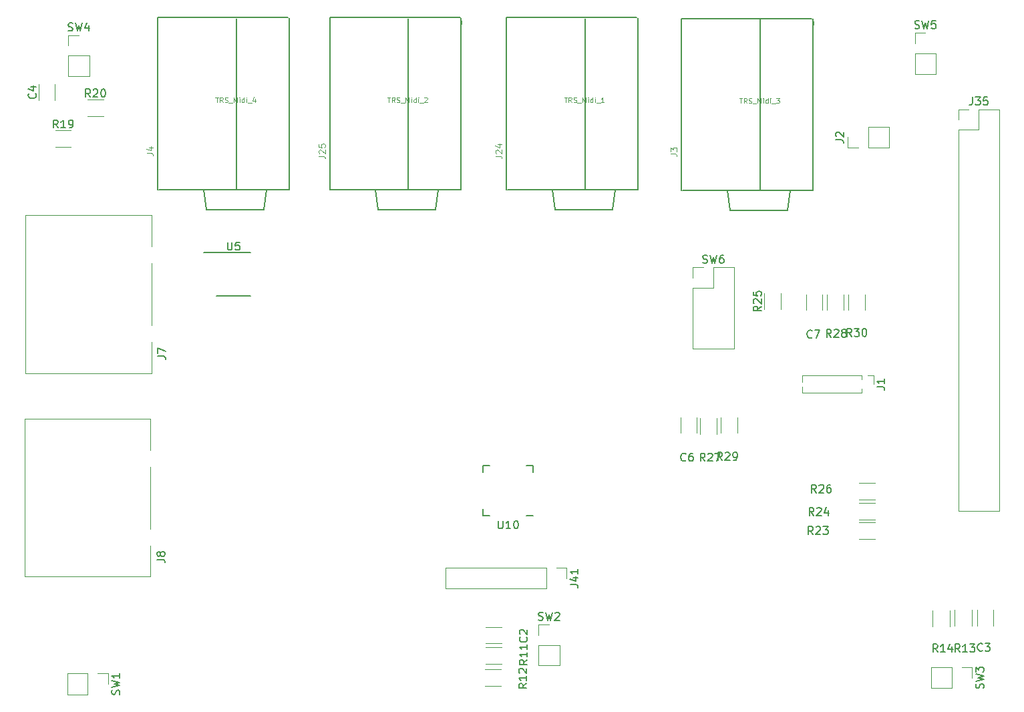
<source format=gto>
G04 #@! TF.GenerationSoftware,KiCad,Pcbnew,(5.1.2)-2*
G04 #@! TF.CreationDate,2020-05-21T23:00:36-04:00*
G04 #@! TF.ProjectId,MidiControllerPCB,4d696469-436f-46e7-9472-6f6c6c657250,rev?*
G04 #@! TF.SameCoordinates,Original*
G04 #@! TF.FileFunction,Legend,Top*
G04 #@! TF.FilePolarity,Positive*
%FSLAX46Y46*%
G04 Gerber Fmt 4.6, Leading zero omitted, Abs format (unit mm)*
G04 Created by KiCad (PCBNEW (5.1.2)-2) date 2020-05-21 23:00:36*
%MOMM*%
%LPD*%
G04 APERTURE LIST*
%ADD10C,0.120000*%
%ADD11C,0.150000*%
%ADD12C,0.203200*%
%ADD13C,0.050000*%
G04 APERTURE END LIST*
D10*
X113090000Y-106400000D02*
X113090000Y-110360000D01*
X113090000Y-106400000D02*
X97160000Y-106400000D01*
X97160000Y-106400000D02*
X97160000Y-126400000D01*
X113090000Y-126400000D02*
X97160000Y-126400000D01*
X113090000Y-112460000D02*
X113090000Y-120330000D01*
X113090000Y-122440000D02*
X113090000Y-126400000D01*
D11*
X155250000Y-118650000D02*
X155250000Y-117860000D01*
X161550000Y-112350000D02*
X161550000Y-113140000D01*
X155250000Y-112350000D02*
X155250000Y-113140000D01*
X161550000Y-118650000D02*
X160760000Y-118650000D01*
X161550000Y-112350000D02*
X160760000Y-112350000D01*
X155250000Y-112350000D02*
X156040000Y-112350000D01*
X155250000Y-118650000D02*
X156040000Y-118650000D01*
X121400000Y-90825000D02*
X125800000Y-90825000D01*
X119825000Y-85300000D02*
X125800000Y-85300000D01*
D10*
X181830000Y-97470000D02*
X187030000Y-97470000D01*
X181830000Y-89790000D02*
X181830000Y-97470000D01*
X187030000Y-87190000D02*
X187030000Y-97470000D01*
X181830000Y-89790000D02*
X184430000Y-89790000D01*
X184430000Y-89790000D02*
X184430000Y-87190000D01*
X184430000Y-87190000D02*
X187030000Y-87190000D01*
X181830000Y-88520000D02*
X181830000Y-87190000D01*
X181830000Y-87190000D02*
X183160000Y-87190000D01*
X209970000Y-62670000D02*
X212630000Y-62670000D01*
X209970000Y-60070000D02*
X209970000Y-62670000D01*
X212630000Y-60070000D02*
X212630000Y-62670000D01*
X209970000Y-60070000D02*
X212630000Y-60070000D01*
X209970000Y-58800000D02*
X209970000Y-57470000D01*
X209970000Y-57470000D02*
X211300000Y-57470000D01*
X102670000Y-62970000D02*
X105330000Y-62970000D01*
X102670000Y-60370000D02*
X102670000Y-62970000D01*
X105330000Y-60370000D02*
X105330000Y-62970000D01*
X102670000Y-60370000D02*
X105330000Y-60370000D01*
X102670000Y-59100000D02*
X102670000Y-57770000D01*
X102670000Y-57770000D02*
X104000000Y-57770000D01*
X212030000Y-137870000D02*
X212030000Y-140530000D01*
X214630000Y-137870000D02*
X212030000Y-137870000D01*
X214630000Y-140530000D02*
X212030000Y-140530000D01*
X214630000Y-137870000D02*
X214630000Y-140530000D01*
X215900000Y-137870000D02*
X217230000Y-137870000D01*
X217230000Y-137870000D02*
X217230000Y-139200000D01*
X162270000Y-137670000D02*
X164930000Y-137670000D01*
X162270000Y-135070000D02*
X162270000Y-137670000D01*
X164930000Y-135070000D02*
X164930000Y-137670000D01*
X162270000Y-135070000D02*
X164930000Y-135070000D01*
X162270000Y-133800000D02*
X162270000Y-132470000D01*
X162270000Y-132470000D02*
X163600000Y-132470000D01*
X102530000Y-138670000D02*
X102530000Y-141330000D01*
X105130000Y-138670000D02*
X102530000Y-138670000D01*
X105130000Y-141330000D02*
X102530000Y-141330000D01*
X105130000Y-138670000D02*
X105130000Y-141330000D01*
X106400000Y-138670000D02*
X107730000Y-138670000D01*
X107730000Y-138670000D02*
X107730000Y-140000000D01*
X201530000Y-92600000D02*
X201530000Y-90600000D01*
X203670000Y-90600000D02*
X203670000Y-92600000D01*
X187470000Y-106200000D02*
X187470000Y-108200000D01*
X185330000Y-108200000D02*
X185330000Y-106200000D01*
X198830000Y-92600000D02*
X198830000Y-90600000D01*
X200970000Y-90600000D02*
X200970000Y-92600000D01*
X182730000Y-108300000D02*
X182730000Y-106300000D01*
X184870000Y-106300000D02*
X184870000Y-108300000D01*
X204900000Y-116670000D02*
X202900000Y-116670000D01*
X202900000Y-114530000D02*
X204900000Y-114530000D01*
X192970000Y-90500000D02*
X192970000Y-92500000D01*
X190830000Y-92500000D02*
X190830000Y-90500000D01*
X204900000Y-119170000D02*
X202900000Y-119170000D01*
X202900000Y-117030000D02*
X204900000Y-117030000D01*
X204900000Y-121670000D02*
X202900000Y-121670000D01*
X202900000Y-119530000D02*
X204900000Y-119530000D01*
X107100000Y-68070000D02*
X105100000Y-68070000D01*
X105100000Y-65930000D02*
X107100000Y-65930000D01*
X103000000Y-71970000D02*
X101000000Y-71970000D01*
X101000000Y-69830000D02*
X103000000Y-69830000D01*
X214370000Y-130700000D02*
X214370000Y-132700000D01*
X212230000Y-132700000D02*
X212230000Y-130700000D01*
X215030000Y-132600000D02*
X215030000Y-130600000D01*
X217170000Y-130600000D02*
X217170000Y-132600000D01*
X155500000Y-138130000D02*
X157500000Y-138130000D01*
X157500000Y-140270000D02*
X155500000Y-140270000D01*
X157600000Y-137470000D02*
X155600000Y-137470000D01*
X155600000Y-135330000D02*
X157600000Y-135330000D01*
X150470000Y-125270000D02*
X150470000Y-127930000D01*
X163230000Y-125270000D02*
X150470000Y-125270000D01*
X163230000Y-127930000D02*
X150470000Y-127930000D01*
X163230000Y-125270000D02*
X163230000Y-127930000D01*
X164500000Y-125270000D02*
X165830000Y-125270000D01*
X165830000Y-125270000D02*
X165830000Y-126600000D01*
X215470000Y-118090000D02*
X220670000Y-118090000D01*
X215470000Y-69770000D02*
X215470000Y-118090000D01*
X220670000Y-67170000D02*
X220670000Y-118090000D01*
X215470000Y-69770000D02*
X218070000Y-69770000D01*
X218070000Y-69770000D02*
X218070000Y-67170000D01*
X218070000Y-67170000D02*
X220670000Y-67170000D01*
X215470000Y-68500000D02*
X215470000Y-67170000D01*
X215470000Y-67170000D02*
X216800000Y-67170000D01*
D12*
X149242500Y-79880000D02*
X149560000Y-77340000D01*
X141940000Y-79880000D02*
X149242500Y-79880000D01*
X141622500Y-77340000D02*
X141940000Y-79880000D01*
X135810000Y-77340000D02*
X135810000Y-56385000D01*
X141622500Y-77340000D02*
X135960000Y-77340000D01*
X149560000Y-77340000D02*
X141622500Y-77340000D01*
X149877500Y-77340000D02*
X149560000Y-77340000D01*
X152470000Y-77339900D02*
X149877500Y-77340000D01*
X152470000Y-56384900D02*
X152470000Y-77339900D01*
X135810000Y-55535000D02*
X152320000Y-55534900D01*
X145760000Y-77240000D02*
X145760000Y-56285000D01*
D11*
X135800000Y-56400000D02*
X135800000Y-55600000D01*
X152450000Y-56350000D02*
X152450000Y-55550000D01*
X152500000Y-56350000D02*
X152450000Y-55550000D01*
X145750000Y-56250000D02*
X145750000Y-55650000D01*
D12*
X171642500Y-79880000D02*
X171960000Y-77340000D01*
X164340000Y-79880000D02*
X171642500Y-79880000D01*
X164022500Y-77340000D02*
X164340000Y-79880000D01*
X158210000Y-77340000D02*
X158210000Y-56385000D01*
X164022500Y-77340000D02*
X158360000Y-77340000D01*
X171960000Y-77340000D02*
X164022500Y-77340000D01*
X172277500Y-77340000D02*
X171960000Y-77340000D01*
X174870000Y-77339900D02*
X172277500Y-77340000D01*
X174870000Y-56384900D02*
X174870000Y-77339900D01*
X158210000Y-55535000D02*
X174720000Y-55534900D01*
X168160000Y-77240000D02*
X168160000Y-56285000D01*
D11*
X158200000Y-56400000D02*
X158200000Y-55600000D01*
X174850000Y-56350000D02*
X174850000Y-55550000D01*
X174900000Y-56350000D02*
X174850000Y-55550000D01*
X168150000Y-56250000D02*
X168150000Y-55650000D01*
D10*
X113190000Y-80600000D02*
X113190000Y-84560000D01*
X113190000Y-80600000D02*
X97260000Y-80600000D01*
X97260000Y-80600000D02*
X97260000Y-100600000D01*
X113190000Y-100600000D02*
X97260000Y-100600000D01*
X113190000Y-86660000D02*
X113190000Y-94530000D01*
X113190000Y-96640000D02*
X113190000Y-100600000D01*
D12*
X127442500Y-79880000D02*
X127760000Y-77340000D01*
X120140000Y-79880000D02*
X127442500Y-79880000D01*
X119822500Y-77340000D02*
X120140000Y-79880000D01*
X114010000Y-77340000D02*
X114010000Y-56385000D01*
X119822500Y-77340000D02*
X114160000Y-77340000D01*
X127760000Y-77340000D02*
X119822500Y-77340000D01*
X128077500Y-77340000D02*
X127760000Y-77340000D01*
X130670000Y-77339900D02*
X128077500Y-77340000D01*
X130670000Y-56384900D02*
X130670000Y-77339900D01*
X114010000Y-55535000D02*
X130520000Y-55534900D01*
X123960000Y-77240000D02*
X123960000Y-56285000D01*
D11*
X114000000Y-56400000D02*
X114000000Y-55600000D01*
X130650000Y-56350000D02*
X130650000Y-55550000D01*
X130700000Y-56350000D02*
X130650000Y-55550000D01*
X123950000Y-56250000D02*
X123950000Y-55650000D01*
D12*
X193842500Y-79980000D02*
X194160000Y-77440000D01*
X186540000Y-79980000D02*
X193842500Y-79980000D01*
X186222500Y-77440000D02*
X186540000Y-79980000D01*
X180410000Y-77440000D02*
X180410000Y-56485000D01*
X186222500Y-77440000D02*
X180560000Y-77440000D01*
X194160000Y-77440000D02*
X186222500Y-77440000D01*
X194477500Y-77440000D02*
X194160000Y-77440000D01*
X197070000Y-77439900D02*
X194477500Y-77440000D01*
X197070000Y-56484900D02*
X197070000Y-77439900D01*
X180410000Y-55635000D02*
X196920000Y-55634900D01*
X190360000Y-77340000D02*
X190360000Y-56385000D01*
D11*
X180400000Y-56500000D02*
X180400000Y-55700000D01*
X197050000Y-56450000D02*
X197050000Y-55650000D01*
X197100000Y-56450000D02*
X197050000Y-55650000D01*
X190350000Y-56350000D02*
X190350000Y-55750000D01*
D10*
X206670000Y-72030000D02*
X206670000Y-69370000D01*
X204070000Y-72030000D02*
X206670000Y-72030000D01*
X204070000Y-69370000D02*
X206670000Y-69370000D01*
X204070000Y-72030000D02*
X204070000Y-69370000D01*
X202800000Y-72030000D02*
X201470000Y-72030000D01*
X201470000Y-72030000D02*
X201470000Y-70700000D01*
X198220000Y-92600000D02*
X198220000Y-90600000D01*
X196180000Y-90600000D02*
X196180000Y-92600000D01*
X180280000Y-106200000D02*
X180280000Y-108200000D01*
X182320000Y-108200000D02*
X182320000Y-106200000D01*
X98880000Y-64000000D02*
X98880000Y-66000000D01*
X100920000Y-66000000D02*
X100920000Y-64000000D01*
X219920000Y-132600000D02*
X219920000Y-130600000D01*
X217880000Y-130600000D02*
X217880000Y-132600000D01*
X157600000Y-132780000D02*
X155600000Y-132780000D01*
X155600000Y-134820000D02*
X157600000Y-134820000D01*
X204760000Y-100890000D02*
X204760000Y-102000000D01*
X204000000Y-100890000D02*
X204760000Y-100890000D01*
X203240000Y-102563471D02*
X203240000Y-103110000D01*
X203240000Y-100890000D02*
X203240000Y-101436529D01*
X203240000Y-103110000D02*
X195685000Y-103110000D01*
X203240000Y-100890000D02*
X195685000Y-100890000D01*
X195685000Y-102307530D02*
X195685000Y-103110000D01*
X195685000Y-100890000D02*
X195685000Y-101692470D01*
D11*
X113902380Y-124233333D02*
X114616666Y-124233333D01*
X114759523Y-124280952D01*
X114854761Y-124376190D01*
X114902380Y-124519047D01*
X114902380Y-124614285D01*
X114330952Y-123614285D02*
X114283333Y-123709523D01*
X114235714Y-123757142D01*
X114140476Y-123804761D01*
X114092857Y-123804761D01*
X113997619Y-123757142D01*
X113950000Y-123709523D01*
X113902380Y-123614285D01*
X113902380Y-123423809D01*
X113950000Y-123328571D01*
X113997619Y-123280952D01*
X114092857Y-123233333D01*
X114140476Y-123233333D01*
X114235714Y-123280952D01*
X114283333Y-123328571D01*
X114330952Y-123423809D01*
X114330952Y-123614285D01*
X114378571Y-123709523D01*
X114426190Y-123757142D01*
X114521428Y-123804761D01*
X114711904Y-123804761D01*
X114807142Y-123757142D01*
X114854761Y-123709523D01*
X114902380Y-123614285D01*
X114902380Y-123423809D01*
X114854761Y-123328571D01*
X114807142Y-123280952D01*
X114711904Y-123233333D01*
X114521428Y-123233333D01*
X114426190Y-123280952D01*
X114378571Y-123328571D01*
X114330952Y-123423809D01*
X157161904Y-119302380D02*
X157161904Y-120111904D01*
X157209523Y-120207142D01*
X157257142Y-120254761D01*
X157352380Y-120302380D01*
X157542857Y-120302380D01*
X157638095Y-120254761D01*
X157685714Y-120207142D01*
X157733333Y-120111904D01*
X157733333Y-119302380D01*
X158733333Y-120302380D02*
X158161904Y-120302380D01*
X158447619Y-120302380D02*
X158447619Y-119302380D01*
X158352380Y-119445238D01*
X158257142Y-119540476D01*
X158161904Y-119588095D01*
X159352380Y-119302380D02*
X159447619Y-119302380D01*
X159542857Y-119350000D01*
X159590476Y-119397619D01*
X159638095Y-119492857D01*
X159685714Y-119683333D01*
X159685714Y-119921428D01*
X159638095Y-120111904D01*
X159590476Y-120207142D01*
X159542857Y-120254761D01*
X159447619Y-120302380D01*
X159352380Y-120302380D01*
X159257142Y-120254761D01*
X159209523Y-120207142D01*
X159161904Y-120111904D01*
X159114285Y-119921428D01*
X159114285Y-119683333D01*
X159161904Y-119492857D01*
X159209523Y-119397619D01*
X159257142Y-119350000D01*
X159352380Y-119302380D01*
X122838095Y-84002380D02*
X122838095Y-84811904D01*
X122885714Y-84907142D01*
X122933333Y-84954761D01*
X123028571Y-85002380D01*
X123219047Y-85002380D01*
X123314285Y-84954761D01*
X123361904Y-84907142D01*
X123409523Y-84811904D01*
X123409523Y-84002380D01*
X124361904Y-84002380D02*
X123885714Y-84002380D01*
X123838095Y-84478571D01*
X123885714Y-84430952D01*
X123980952Y-84383333D01*
X124219047Y-84383333D01*
X124314285Y-84430952D01*
X124361904Y-84478571D01*
X124409523Y-84573809D01*
X124409523Y-84811904D01*
X124361904Y-84907142D01*
X124314285Y-84954761D01*
X124219047Y-85002380D01*
X123980952Y-85002380D01*
X123885714Y-84954761D01*
X123838095Y-84907142D01*
X183096666Y-86594761D02*
X183239523Y-86642380D01*
X183477619Y-86642380D01*
X183572857Y-86594761D01*
X183620476Y-86547142D01*
X183668095Y-86451904D01*
X183668095Y-86356666D01*
X183620476Y-86261428D01*
X183572857Y-86213809D01*
X183477619Y-86166190D01*
X183287142Y-86118571D01*
X183191904Y-86070952D01*
X183144285Y-86023333D01*
X183096666Y-85928095D01*
X183096666Y-85832857D01*
X183144285Y-85737619D01*
X183191904Y-85690000D01*
X183287142Y-85642380D01*
X183525238Y-85642380D01*
X183668095Y-85690000D01*
X184001428Y-85642380D02*
X184239523Y-86642380D01*
X184430000Y-85928095D01*
X184620476Y-86642380D01*
X184858571Y-85642380D01*
X185668095Y-85642380D02*
X185477619Y-85642380D01*
X185382380Y-85690000D01*
X185334761Y-85737619D01*
X185239523Y-85880476D01*
X185191904Y-86070952D01*
X185191904Y-86451904D01*
X185239523Y-86547142D01*
X185287142Y-86594761D01*
X185382380Y-86642380D01*
X185572857Y-86642380D01*
X185668095Y-86594761D01*
X185715714Y-86547142D01*
X185763333Y-86451904D01*
X185763333Y-86213809D01*
X185715714Y-86118571D01*
X185668095Y-86070952D01*
X185572857Y-86023333D01*
X185382380Y-86023333D01*
X185287142Y-86070952D01*
X185239523Y-86118571D01*
X185191904Y-86213809D01*
X209966666Y-56874761D02*
X210109523Y-56922380D01*
X210347619Y-56922380D01*
X210442857Y-56874761D01*
X210490476Y-56827142D01*
X210538095Y-56731904D01*
X210538095Y-56636666D01*
X210490476Y-56541428D01*
X210442857Y-56493809D01*
X210347619Y-56446190D01*
X210157142Y-56398571D01*
X210061904Y-56350952D01*
X210014285Y-56303333D01*
X209966666Y-56208095D01*
X209966666Y-56112857D01*
X210014285Y-56017619D01*
X210061904Y-55970000D01*
X210157142Y-55922380D01*
X210395238Y-55922380D01*
X210538095Y-55970000D01*
X210871428Y-55922380D02*
X211109523Y-56922380D01*
X211300000Y-56208095D01*
X211490476Y-56922380D01*
X211728571Y-55922380D01*
X212585714Y-55922380D02*
X212109523Y-55922380D01*
X212061904Y-56398571D01*
X212109523Y-56350952D01*
X212204761Y-56303333D01*
X212442857Y-56303333D01*
X212538095Y-56350952D01*
X212585714Y-56398571D01*
X212633333Y-56493809D01*
X212633333Y-56731904D01*
X212585714Y-56827142D01*
X212538095Y-56874761D01*
X212442857Y-56922380D01*
X212204761Y-56922380D01*
X212109523Y-56874761D01*
X212061904Y-56827142D01*
X102666666Y-57174761D02*
X102809523Y-57222380D01*
X103047619Y-57222380D01*
X103142857Y-57174761D01*
X103190476Y-57127142D01*
X103238095Y-57031904D01*
X103238095Y-56936666D01*
X103190476Y-56841428D01*
X103142857Y-56793809D01*
X103047619Y-56746190D01*
X102857142Y-56698571D01*
X102761904Y-56650952D01*
X102714285Y-56603333D01*
X102666666Y-56508095D01*
X102666666Y-56412857D01*
X102714285Y-56317619D01*
X102761904Y-56270000D01*
X102857142Y-56222380D01*
X103095238Y-56222380D01*
X103238095Y-56270000D01*
X103571428Y-56222380D02*
X103809523Y-57222380D01*
X104000000Y-56508095D01*
X104190476Y-57222380D01*
X104428571Y-56222380D01*
X105238095Y-56555714D02*
X105238095Y-57222380D01*
X105000000Y-56174761D02*
X104761904Y-56889047D01*
X105380952Y-56889047D01*
X218634761Y-140533333D02*
X218682380Y-140390476D01*
X218682380Y-140152380D01*
X218634761Y-140057142D01*
X218587142Y-140009523D01*
X218491904Y-139961904D01*
X218396666Y-139961904D01*
X218301428Y-140009523D01*
X218253809Y-140057142D01*
X218206190Y-140152380D01*
X218158571Y-140342857D01*
X218110952Y-140438095D01*
X218063333Y-140485714D01*
X217968095Y-140533333D01*
X217872857Y-140533333D01*
X217777619Y-140485714D01*
X217730000Y-140438095D01*
X217682380Y-140342857D01*
X217682380Y-140104761D01*
X217730000Y-139961904D01*
X217682380Y-139628571D02*
X218682380Y-139390476D01*
X217968095Y-139200000D01*
X218682380Y-139009523D01*
X217682380Y-138771428D01*
X217682380Y-138485714D02*
X217682380Y-137866666D01*
X218063333Y-138200000D01*
X218063333Y-138057142D01*
X218110952Y-137961904D01*
X218158571Y-137914285D01*
X218253809Y-137866666D01*
X218491904Y-137866666D01*
X218587142Y-137914285D01*
X218634761Y-137961904D01*
X218682380Y-138057142D01*
X218682380Y-138342857D01*
X218634761Y-138438095D01*
X218587142Y-138485714D01*
X162266666Y-131874761D02*
X162409523Y-131922380D01*
X162647619Y-131922380D01*
X162742857Y-131874761D01*
X162790476Y-131827142D01*
X162838095Y-131731904D01*
X162838095Y-131636666D01*
X162790476Y-131541428D01*
X162742857Y-131493809D01*
X162647619Y-131446190D01*
X162457142Y-131398571D01*
X162361904Y-131350952D01*
X162314285Y-131303333D01*
X162266666Y-131208095D01*
X162266666Y-131112857D01*
X162314285Y-131017619D01*
X162361904Y-130970000D01*
X162457142Y-130922380D01*
X162695238Y-130922380D01*
X162838095Y-130970000D01*
X163171428Y-130922380D02*
X163409523Y-131922380D01*
X163600000Y-131208095D01*
X163790476Y-131922380D01*
X164028571Y-130922380D01*
X164361904Y-131017619D02*
X164409523Y-130970000D01*
X164504761Y-130922380D01*
X164742857Y-130922380D01*
X164838095Y-130970000D01*
X164885714Y-131017619D01*
X164933333Y-131112857D01*
X164933333Y-131208095D01*
X164885714Y-131350952D01*
X164314285Y-131922380D01*
X164933333Y-131922380D01*
X109134761Y-141333333D02*
X109182380Y-141190476D01*
X109182380Y-140952380D01*
X109134761Y-140857142D01*
X109087142Y-140809523D01*
X108991904Y-140761904D01*
X108896666Y-140761904D01*
X108801428Y-140809523D01*
X108753809Y-140857142D01*
X108706190Y-140952380D01*
X108658571Y-141142857D01*
X108610952Y-141238095D01*
X108563333Y-141285714D01*
X108468095Y-141333333D01*
X108372857Y-141333333D01*
X108277619Y-141285714D01*
X108230000Y-141238095D01*
X108182380Y-141142857D01*
X108182380Y-140904761D01*
X108230000Y-140761904D01*
X108182380Y-140428571D02*
X109182380Y-140190476D01*
X108468095Y-140000000D01*
X109182380Y-139809523D01*
X108182380Y-139571428D01*
X109182380Y-138666666D02*
X109182380Y-139238095D01*
X109182380Y-138952380D02*
X108182380Y-138952380D01*
X108325238Y-139047619D01*
X108420476Y-139142857D01*
X108468095Y-139238095D01*
X201957142Y-95952380D02*
X201623809Y-95476190D01*
X201385714Y-95952380D02*
X201385714Y-94952380D01*
X201766666Y-94952380D01*
X201861904Y-95000000D01*
X201909523Y-95047619D01*
X201957142Y-95142857D01*
X201957142Y-95285714D01*
X201909523Y-95380952D01*
X201861904Y-95428571D01*
X201766666Y-95476190D01*
X201385714Y-95476190D01*
X202290476Y-94952380D02*
X202909523Y-94952380D01*
X202576190Y-95333333D01*
X202719047Y-95333333D01*
X202814285Y-95380952D01*
X202861904Y-95428571D01*
X202909523Y-95523809D01*
X202909523Y-95761904D01*
X202861904Y-95857142D01*
X202814285Y-95904761D01*
X202719047Y-95952380D01*
X202433333Y-95952380D01*
X202338095Y-95904761D01*
X202290476Y-95857142D01*
X203528571Y-94952380D02*
X203623809Y-94952380D01*
X203719047Y-95000000D01*
X203766666Y-95047619D01*
X203814285Y-95142857D01*
X203861904Y-95333333D01*
X203861904Y-95571428D01*
X203814285Y-95761904D01*
X203766666Y-95857142D01*
X203719047Y-95904761D01*
X203623809Y-95952380D01*
X203528571Y-95952380D01*
X203433333Y-95904761D01*
X203385714Y-95857142D01*
X203338095Y-95761904D01*
X203290476Y-95571428D01*
X203290476Y-95333333D01*
X203338095Y-95142857D01*
X203385714Y-95047619D01*
X203433333Y-95000000D01*
X203528571Y-94952380D01*
X185557142Y-111652380D02*
X185223809Y-111176190D01*
X184985714Y-111652380D02*
X184985714Y-110652380D01*
X185366666Y-110652380D01*
X185461904Y-110700000D01*
X185509523Y-110747619D01*
X185557142Y-110842857D01*
X185557142Y-110985714D01*
X185509523Y-111080952D01*
X185461904Y-111128571D01*
X185366666Y-111176190D01*
X184985714Y-111176190D01*
X185938095Y-110747619D02*
X185985714Y-110700000D01*
X186080952Y-110652380D01*
X186319047Y-110652380D01*
X186414285Y-110700000D01*
X186461904Y-110747619D01*
X186509523Y-110842857D01*
X186509523Y-110938095D01*
X186461904Y-111080952D01*
X185890476Y-111652380D01*
X186509523Y-111652380D01*
X186985714Y-111652380D02*
X187176190Y-111652380D01*
X187271428Y-111604761D01*
X187319047Y-111557142D01*
X187414285Y-111414285D01*
X187461904Y-111223809D01*
X187461904Y-110842857D01*
X187414285Y-110747619D01*
X187366666Y-110700000D01*
X187271428Y-110652380D01*
X187080952Y-110652380D01*
X186985714Y-110700000D01*
X186938095Y-110747619D01*
X186890476Y-110842857D01*
X186890476Y-111080952D01*
X186938095Y-111176190D01*
X186985714Y-111223809D01*
X187080952Y-111271428D01*
X187271428Y-111271428D01*
X187366666Y-111223809D01*
X187414285Y-111176190D01*
X187461904Y-111080952D01*
X199357142Y-96052380D02*
X199023809Y-95576190D01*
X198785714Y-96052380D02*
X198785714Y-95052380D01*
X199166666Y-95052380D01*
X199261904Y-95100000D01*
X199309523Y-95147619D01*
X199357142Y-95242857D01*
X199357142Y-95385714D01*
X199309523Y-95480952D01*
X199261904Y-95528571D01*
X199166666Y-95576190D01*
X198785714Y-95576190D01*
X199738095Y-95147619D02*
X199785714Y-95100000D01*
X199880952Y-95052380D01*
X200119047Y-95052380D01*
X200214285Y-95100000D01*
X200261904Y-95147619D01*
X200309523Y-95242857D01*
X200309523Y-95338095D01*
X200261904Y-95480952D01*
X199690476Y-96052380D01*
X200309523Y-96052380D01*
X200880952Y-95480952D02*
X200785714Y-95433333D01*
X200738095Y-95385714D01*
X200690476Y-95290476D01*
X200690476Y-95242857D01*
X200738095Y-95147619D01*
X200785714Y-95100000D01*
X200880952Y-95052380D01*
X201071428Y-95052380D01*
X201166666Y-95100000D01*
X201214285Y-95147619D01*
X201261904Y-95242857D01*
X201261904Y-95290476D01*
X201214285Y-95385714D01*
X201166666Y-95433333D01*
X201071428Y-95480952D01*
X200880952Y-95480952D01*
X200785714Y-95528571D01*
X200738095Y-95576190D01*
X200690476Y-95671428D01*
X200690476Y-95861904D01*
X200738095Y-95957142D01*
X200785714Y-96004761D01*
X200880952Y-96052380D01*
X201071428Y-96052380D01*
X201166666Y-96004761D01*
X201214285Y-95957142D01*
X201261904Y-95861904D01*
X201261904Y-95671428D01*
X201214285Y-95576190D01*
X201166666Y-95528571D01*
X201071428Y-95480952D01*
X183357142Y-111752380D02*
X183023809Y-111276190D01*
X182785714Y-111752380D02*
X182785714Y-110752380D01*
X183166666Y-110752380D01*
X183261904Y-110800000D01*
X183309523Y-110847619D01*
X183357142Y-110942857D01*
X183357142Y-111085714D01*
X183309523Y-111180952D01*
X183261904Y-111228571D01*
X183166666Y-111276190D01*
X182785714Y-111276190D01*
X183738095Y-110847619D02*
X183785714Y-110800000D01*
X183880952Y-110752380D01*
X184119047Y-110752380D01*
X184214285Y-110800000D01*
X184261904Y-110847619D01*
X184309523Y-110942857D01*
X184309523Y-111038095D01*
X184261904Y-111180952D01*
X183690476Y-111752380D01*
X184309523Y-111752380D01*
X184642857Y-110752380D02*
X185309523Y-110752380D01*
X184880952Y-111752380D01*
X197457142Y-115752380D02*
X197123809Y-115276190D01*
X196885714Y-115752380D02*
X196885714Y-114752380D01*
X197266666Y-114752380D01*
X197361904Y-114800000D01*
X197409523Y-114847619D01*
X197457142Y-114942857D01*
X197457142Y-115085714D01*
X197409523Y-115180952D01*
X197361904Y-115228571D01*
X197266666Y-115276190D01*
X196885714Y-115276190D01*
X197838095Y-114847619D02*
X197885714Y-114800000D01*
X197980952Y-114752380D01*
X198219047Y-114752380D01*
X198314285Y-114800000D01*
X198361904Y-114847619D01*
X198409523Y-114942857D01*
X198409523Y-115038095D01*
X198361904Y-115180952D01*
X197790476Y-115752380D01*
X198409523Y-115752380D01*
X199266666Y-114752380D02*
X199076190Y-114752380D01*
X198980952Y-114800000D01*
X198933333Y-114847619D01*
X198838095Y-114990476D01*
X198790476Y-115180952D01*
X198790476Y-115561904D01*
X198838095Y-115657142D01*
X198885714Y-115704761D01*
X198980952Y-115752380D01*
X199171428Y-115752380D01*
X199266666Y-115704761D01*
X199314285Y-115657142D01*
X199361904Y-115561904D01*
X199361904Y-115323809D01*
X199314285Y-115228571D01*
X199266666Y-115180952D01*
X199171428Y-115133333D01*
X198980952Y-115133333D01*
X198885714Y-115180952D01*
X198838095Y-115228571D01*
X198790476Y-115323809D01*
X190502380Y-92142857D02*
X190026190Y-92476190D01*
X190502380Y-92714285D02*
X189502380Y-92714285D01*
X189502380Y-92333333D01*
X189550000Y-92238095D01*
X189597619Y-92190476D01*
X189692857Y-92142857D01*
X189835714Y-92142857D01*
X189930952Y-92190476D01*
X189978571Y-92238095D01*
X190026190Y-92333333D01*
X190026190Y-92714285D01*
X189597619Y-91761904D02*
X189550000Y-91714285D01*
X189502380Y-91619047D01*
X189502380Y-91380952D01*
X189550000Y-91285714D01*
X189597619Y-91238095D01*
X189692857Y-91190476D01*
X189788095Y-91190476D01*
X189930952Y-91238095D01*
X190502380Y-91809523D01*
X190502380Y-91190476D01*
X189502380Y-90285714D02*
X189502380Y-90761904D01*
X189978571Y-90809523D01*
X189930952Y-90761904D01*
X189883333Y-90666666D01*
X189883333Y-90428571D01*
X189930952Y-90333333D01*
X189978571Y-90285714D01*
X190073809Y-90238095D01*
X190311904Y-90238095D01*
X190407142Y-90285714D01*
X190454761Y-90333333D01*
X190502380Y-90428571D01*
X190502380Y-90666666D01*
X190454761Y-90761904D01*
X190407142Y-90809523D01*
X197157142Y-118652380D02*
X196823809Y-118176190D01*
X196585714Y-118652380D02*
X196585714Y-117652380D01*
X196966666Y-117652380D01*
X197061904Y-117700000D01*
X197109523Y-117747619D01*
X197157142Y-117842857D01*
X197157142Y-117985714D01*
X197109523Y-118080952D01*
X197061904Y-118128571D01*
X196966666Y-118176190D01*
X196585714Y-118176190D01*
X197538095Y-117747619D02*
X197585714Y-117700000D01*
X197680952Y-117652380D01*
X197919047Y-117652380D01*
X198014285Y-117700000D01*
X198061904Y-117747619D01*
X198109523Y-117842857D01*
X198109523Y-117938095D01*
X198061904Y-118080952D01*
X197490476Y-118652380D01*
X198109523Y-118652380D01*
X198966666Y-117985714D02*
X198966666Y-118652380D01*
X198728571Y-117604761D02*
X198490476Y-118319047D01*
X199109523Y-118319047D01*
X197057142Y-121052380D02*
X196723809Y-120576190D01*
X196485714Y-121052380D02*
X196485714Y-120052380D01*
X196866666Y-120052380D01*
X196961904Y-120100000D01*
X197009523Y-120147619D01*
X197057142Y-120242857D01*
X197057142Y-120385714D01*
X197009523Y-120480952D01*
X196961904Y-120528571D01*
X196866666Y-120576190D01*
X196485714Y-120576190D01*
X197438095Y-120147619D02*
X197485714Y-120100000D01*
X197580952Y-120052380D01*
X197819047Y-120052380D01*
X197914285Y-120100000D01*
X197961904Y-120147619D01*
X198009523Y-120242857D01*
X198009523Y-120338095D01*
X197961904Y-120480952D01*
X197390476Y-121052380D01*
X198009523Y-121052380D01*
X198342857Y-120052380D02*
X198961904Y-120052380D01*
X198628571Y-120433333D01*
X198771428Y-120433333D01*
X198866666Y-120480952D01*
X198914285Y-120528571D01*
X198961904Y-120623809D01*
X198961904Y-120861904D01*
X198914285Y-120957142D01*
X198866666Y-121004761D01*
X198771428Y-121052380D01*
X198485714Y-121052380D01*
X198390476Y-121004761D01*
X198342857Y-120957142D01*
X105457142Y-65602380D02*
X105123809Y-65126190D01*
X104885714Y-65602380D02*
X104885714Y-64602380D01*
X105266666Y-64602380D01*
X105361904Y-64650000D01*
X105409523Y-64697619D01*
X105457142Y-64792857D01*
X105457142Y-64935714D01*
X105409523Y-65030952D01*
X105361904Y-65078571D01*
X105266666Y-65126190D01*
X104885714Y-65126190D01*
X105838095Y-64697619D02*
X105885714Y-64650000D01*
X105980952Y-64602380D01*
X106219047Y-64602380D01*
X106314285Y-64650000D01*
X106361904Y-64697619D01*
X106409523Y-64792857D01*
X106409523Y-64888095D01*
X106361904Y-65030952D01*
X105790476Y-65602380D01*
X106409523Y-65602380D01*
X107028571Y-64602380D02*
X107123809Y-64602380D01*
X107219047Y-64650000D01*
X107266666Y-64697619D01*
X107314285Y-64792857D01*
X107361904Y-64983333D01*
X107361904Y-65221428D01*
X107314285Y-65411904D01*
X107266666Y-65507142D01*
X107219047Y-65554761D01*
X107123809Y-65602380D01*
X107028571Y-65602380D01*
X106933333Y-65554761D01*
X106885714Y-65507142D01*
X106838095Y-65411904D01*
X106790476Y-65221428D01*
X106790476Y-64983333D01*
X106838095Y-64792857D01*
X106885714Y-64697619D01*
X106933333Y-64650000D01*
X107028571Y-64602380D01*
X101357142Y-69502380D02*
X101023809Y-69026190D01*
X100785714Y-69502380D02*
X100785714Y-68502380D01*
X101166666Y-68502380D01*
X101261904Y-68550000D01*
X101309523Y-68597619D01*
X101357142Y-68692857D01*
X101357142Y-68835714D01*
X101309523Y-68930952D01*
X101261904Y-68978571D01*
X101166666Y-69026190D01*
X100785714Y-69026190D01*
X102309523Y-69502380D02*
X101738095Y-69502380D01*
X102023809Y-69502380D02*
X102023809Y-68502380D01*
X101928571Y-68645238D01*
X101833333Y-68740476D01*
X101738095Y-68788095D01*
X102785714Y-69502380D02*
X102976190Y-69502380D01*
X103071428Y-69454761D01*
X103119047Y-69407142D01*
X103214285Y-69264285D01*
X103261904Y-69073809D01*
X103261904Y-68692857D01*
X103214285Y-68597619D01*
X103166666Y-68550000D01*
X103071428Y-68502380D01*
X102880952Y-68502380D01*
X102785714Y-68550000D01*
X102738095Y-68597619D01*
X102690476Y-68692857D01*
X102690476Y-68930952D01*
X102738095Y-69026190D01*
X102785714Y-69073809D01*
X102880952Y-69121428D01*
X103071428Y-69121428D01*
X103166666Y-69073809D01*
X103214285Y-69026190D01*
X103261904Y-68930952D01*
X212857142Y-135952380D02*
X212523809Y-135476190D01*
X212285714Y-135952380D02*
X212285714Y-134952380D01*
X212666666Y-134952380D01*
X212761904Y-135000000D01*
X212809523Y-135047619D01*
X212857142Y-135142857D01*
X212857142Y-135285714D01*
X212809523Y-135380952D01*
X212761904Y-135428571D01*
X212666666Y-135476190D01*
X212285714Y-135476190D01*
X213809523Y-135952380D02*
X213238095Y-135952380D01*
X213523809Y-135952380D02*
X213523809Y-134952380D01*
X213428571Y-135095238D01*
X213333333Y-135190476D01*
X213238095Y-135238095D01*
X214666666Y-135285714D02*
X214666666Y-135952380D01*
X214428571Y-134904761D02*
X214190476Y-135619047D01*
X214809523Y-135619047D01*
X215657142Y-135952380D02*
X215323809Y-135476190D01*
X215085714Y-135952380D02*
X215085714Y-134952380D01*
X215466666Y-134952380D01*
X215561904Y-135000000D01*
X215609523Y-135047619D01*
X215657142Y-135142857D01*
X215657142Y-135285714D01*
X215609523Y-135380952D01*
X215561904Y-135428571D01*
X215466666Y-135476190D01*
X215085714Y-135476190D01*
X216609523Y-135952380D02*
X216038095Y-135952380D01*
X216323809Y-135952380D02*
X216323809Y-134952380D01*
X216228571Y-135095238D01*
X216133333Y-135190476D01*
X216038095Y-135238095D01*
X216942857Y-134952380D02*
X217561904Y-134952380D01*
X217228571Y-135333333D01*
X217371428Y-135333333D01*
X217466666Y-135380952D01*
X217514285Y-135428571D01*
X217561904Y-135523809D01*
X217561904Y-135761904D01*
X217514285Y-135857142D01*
X217466666Y-135904761D01*
X217371428Y-135952380D01*
X217085714Y-135952380D01*
X216990476Y-135904761D01*
X216942857Y-135857142D01*
X160752380Y-139942857D02*
X160276190Y-140276190D01*
X160752380Y-140514285D02*
X159752380Y-140514285D01*
X159752380Y-140133333D01*
X159800000Y-140038095D01*
X159847619Y-139990476D01*
X159942857Y-139942857D01*
X160085714Y-139942857D01*
X160180952Y-139990476D01*
X160228571Y-140038095D01*
X160276190Y-140133333D01*
X160276190Y-140514285D01*
X160752380Y-138990476D02*
X160752380Y-139561904D01*
X160752380Y-139276190D02*
X159752380Y-139276190D01*
X159895238Y-139371428D01*
X159990476Y-139466666D01*
X160038095Y-139561904D01*
X159847619Y-138609523D02*
X159800000Y-138561904D01*
X159752380Y-138466666D01*
X159752380Y-138228571D01*
X159800000Y-138133333D01*
X159847619Y-138085714D01*
X159942857Y-138038095D01*
X160038095Y-138038095D01*
X160180952Y-138085714D01*
X160752380Y-138657142D01*
X160752380Y-138038095D01*
X160852380Y-136942857D02*
X160376190Y-137276190D01*
X160852380Y-137514285D02*
X159852380Y-137514285D01*
X159852380Y-137133333D01*
X159900000Y-137038095D01*
X159947619Y-136990476D01*
X160042857Y-136942857D01*
X160185714Y-136942857D01*
X160280952Y-136990476D01*
X160328571Y-137038095D01*
X160376190Y-137133333D01*
X160376190Y-137514285D01*
X160852380Y-135990476D02*
X160852380Y-136561904D01*
X160852380Y-136276190D02*
X159852380Y-136276190D01*
X159995238Y-136371428D01*
X160090476Y-136466666D01*
X160138095Y-136561904D01*
X160852380Y-135038095D02*
X160852380Y-135609523D01*
X160852380Y-135323809D02*
X159852380Y-135323809D01*
X159995238Y-135419047D01*
X160090476Y-135514285D01*
X160138095Y-135609523D01*
X166282380Y-127409523D02*
X166996666Y-127409523D01*
X167139523Y-127457142D01*
X167234761Y-127552380D01*
X167282380Y-127695238D01*
X167282380Y-127790476D01*
X166615714Y-126504761D02*
X167282380Y-126504761D01*
X166234761Y-126742857D02*
X166949047Y-126980952D01*
X166949047Y-126361904D01*
X167282380Y-125457142D02*
X167282380Y-126028571D01*
X167282380Y-125742857D02*
X166282380Y-125742857D01*
X166425238Y-125838095D01*
X166520476Y-125933333D01*
X166568095Y-126028571D01*
X217260476Y-65622380D02*
X217260476Y-66336666D01*
X217212857Y-66479523D01*
X217117619Y-66574761D01*
X216974761Y-66622380D01*
X216879523Y-66622380D01*
X217641428Y-65622380D02*
X218260476Y-65622380D01*
X217927142Y-66003333D01*
X218070000Y-66003333D01*
X218165238Y-66050952D01*
X218212857Y-66098571D01*
X218260476Y-66193809D01*
X218260476Y-66431904D01*
X218212857Y-66527142D01*
X218165238Y-66574761D01*
X218070000Y-66622380D01*
X217784285Y-66622380D01*
X217689047Y-66574761D01*
X217641428Y-66527142D01*
X219165238Y-65622380D02*
X218689047Y-65622380D01*
X218641428Y-66098571D01*
X218689047Y-66050952D01*
X218784285Y-66003333D01*
X219022380Y-66003333D01*
X219117619Y-66050952D01*
X219165238Y-66098571D01*
X219212857Y-66193809D01*
X219212857Y-66431904D01*
X219165238Y-66527142D01*
X219117619Y-66574761D01*
X219022380Y-66622380D01*
X218784285Y-66622380D01*
X218689047Y-66574761D01*
X218641428Y-66527142D01*
D13*
X134411244Y-73098594D02*
X134983534Y-73098594D01*
X135097992Y-73136747D01*
X135174297Y-73213052D01*
X135212449Y-73327510D01*
X135212449Y-73403815D01*
X134487550Y-72755220D02*
X134449397Y-72717068D01*
X134411244Y-72640763D01*
X134411244Y-72450000D01*
X134449397Y-72373694D01*
X134487550Y-72335542D01*
X134563855Y-72297389D01*
X134640160Y-72297389D01*
X134754618Y-72335542D01*
X135212449Y-72793373D01*
X135212449Y-72297389D01*
X134411244Y-71572489D02*
X134411244Y-71954015D01*
X134792771Y-71992168D01*
X134754618Y-71954015D01*
X134716465Y-71877710D01*
X134716465Y-71686947D01*
X134754618Y-71610642D01*
X134792771Y-71572489D01*
X134869076Y-71534337D01*
X135059839Y-71534337D01*
X135136144Y-71572489D01*
X135174297Y-71610642D01*
X135212449Y-71686947D01*
X135212449Y-71877710D01*
X135174297Y-71954015D01*
X135136144Y-71992168D01*
X143110672Y-65643292D02*
X143477056Y-65643292D01*
X143293864Y-66284464D02*
X143293864Y-65643292D01*
X144057164Y-66284464D02*
X143843440Y-65979144D01*
X143690780Y-66284464D02*
X143690780Y-65643292D01*
X143935036Y-65643292D01*
X143996100Y-65673824D01*
X144026632Y-65704356D01*
X144057164Y-65765420D01*
X144057164Y-65857016D01*
X144026632Y-65918080D01*
X143996100Y-65948612D01*
X143935036Y-65979144D01*
X143690780Y-65979144D01*
X144301420Y-66253932D02*
X144393016Y-66284464D01*
X144545676Y-66284464D01*
X144606740Y-66253932D01*
X144637272Y-66223400D01*
X144667804Y-66162336D01*
X144667804Y-66101272D01*
X144637272Y-66040208D01*
X144606740Y-66009676D01*
X144545676Y-65979144D01*
X144423548Y-65948612D01*
X144362484Y-65918080D01*
X144331952Y-65887548D01*
X144301420Y-65826484D01*
X144301420Y-65765420D01*
X144331952Y-65704356D01*
X144362484Y-65673824D01*
X144423548Y-65643292D01*
X144576208Y-65643292D01*
X144667804Y-65673824D01*
X144789932Y-66345528D02*
X145278444Y-66345528D01*
X145431104Y-66284464D02*
X145431104Y-65643292D01*
X145644828Y-66101272D01*
X145858552Y-65643292D01*
X145858552Y-66284464D01*
X146163872Y-66284464D02*
X146163872Y-65857016D01*
X146163872Y-65643292D02*
X146133340Y-65673824D01*
X146163872Y-65704356D01*
X146194404Y-65673824D01*
X146163872Y-65643292D01*
X146163872Y-65704356D01*
X146743980Y-66284464D02*
X146743980Y-65643292D01*
X146743980Y-66253932D02*
X146682916Y-66284464D01*
X146560788Y-66284464D01*
X146499724Y-66253932D01*
X146469192Y-66223400D01*
X146438660Y-66162336D01*
X146438660Y-65979144D01*
X146469192Y-65918080D01*
X146499724Y-65887548D01*
X146560788Y-65857016D01*
X146682916Y-65857016D01*
X146743980Y-65887548D01*
X147049300Y-66284464D02*
X147049300Y-65857016D01*
X147049300Y-65643292D02*
X147018768Y-65673824D01*
X147049300Y-65704356D01*
X147079832Y-65673824D01*
X147049300Y-65643292D01*
X147049300Y-65704356D01*
X147201960Y-66345528D02*
X147690472Y-66345528D01*
X147812600Y-65704356D02*
X147843132Y-65673824D01*
X147904196Y-65643292D01*
X148056856Y-65643292D01*
X148117920Y-65673824D01*
X148148452Y-65704356D01*
X148178984Y-65765420D01*
X148178984Y-65826484D01*
X148148452Y-65918080D01*
X147782068Y-66284464D01*
X148178984Y-66284464D01*
X156811244Y-73098594D02*
X157383534Y-73098594D01*
X157497992Y-73136747D01*
X157574297Y-73213052D01*
X157612449Y-73327510D01*
X157612449Y-73403815D01*
X156887550Y-72755220D02*
X156849397Y-72717068D01*
X156811244Y-72640763D01*
X156811244Y-72450000D01*
X156849397Y-72373694D01*
X156887550Y-72335542D01*
X156963855Y-72297389D01*
X157040160Y-72297389D01*
X157154618Y-72335542D01*
X157612449Y-72793373D01*
X157612449Y-72297389D01*
X157078313Y-71610642D02*
X157612449Y-71610642D01*
X156773092Y-71801405D02*
X157345381Y-71992168D01*
X157345381Y-71496184D01*
X165510672Y-65643292D02*
X165877056Y-65643292D01*
X165693864Y-66284464D02*
X165693864Y-65643292D01*
X166457164Y-66284464D02*
X166243440Y-65979144D01*
X166090780Y-66284464D02*
X166090780Y-65643292D01*
X166335036Y-65643292D01*
X166396100Y-65673824D01*
X166426632Y-65704356D01*
X166457164Y-65765420D01*
X166457164Y-65857016D01*
X166426632Y-65918080D01*
X166396100Y-65948612D01*
X166335036Y-65979144D01*
X166090780Y-65979144D01*
X166701420Y-66253932D02*
X166793016Y-66284464D01*
X166945676Y-66284464D01*
X167006740Y-66253932D01*
X167037272Y-66223400D01*
X167067804Y-66162336D01*
X167067804Y-66101272D01*
X167037272Y-66040208D01*
X167006740Y-66009676D01*
X166945676Y-65979144D01*
X166823548Y-65948612D01*
X166762484Y-65918080D01*
X166731952Y-65887548D01*
X166701420Y-65826484D01*
X166701420Y-65765420D01*
X166731952Y-65704356D01*
X166762484Y-65673824D01*
X166823548Y-65643292D01*
X166976208Y-65643292D01*
X167067804Y-65673824D01*
X167189932Y-66345528D02*
X167678444Y-66345528D01*
X167831104Y-66284464D02*
X167831104Y-65643292D01*
X168044828Y-66101272D01*
X168258552Y-65643292D01*
X168258552Y-66284464D01*
X168563872Y-66284464D02*
X168563872Y-65857016D01*
X168563872Y-65643292D02*
X168533340Y-65673824D01*
X168563872Y-65704356D01*
X168594404Y-65673824D01*
X168563872Y-65643292D01*
X168563872Y-65704356D01*
X169143980Y-66284464D02*
X169143980Y-65643292D01*
X169143980Y-66253932D02*
X169082916Y-66284464D01*
X168960788Y-66284464D01*
X168899724Y-66253932D01*
X168869192Y-66223400D01*
X168838660Y-66162336D01*
X168838660Y-65979144D01*
X168869192Y-65918080D01*
X168899724Y-65887548D01*
X168960788Y-65857016D01*
X169082916Y-65857016D01*
X169143980Y-65887548D01*
X169449300Y-66284464D02*
X169449300Y-65857016D01*
X169449300Y-65643292D02*
X169418768Y-65673824D01*
X169449300Y-65704356D01*
X169479832Y-65673824D01*
X169449300Y-65643292D01*
X169449300Y-65704356D01*
X169601960Y-66345528D02*
X170090472Y-66345528D01*
X170578984Y-66284464D02*
X170212600Y-66284464D01*
X170395792Y-66284464D02*
X170395792Y-65643292D01*
X170334728Y-65734888D01*
X170273664Y-65795952D01*
X170212600Y-65826484D01*
D11*
X114002380Y-98433333D02*
X114716666Y-98433333D01*
X114859523Y-98480952D01*
X114954761Y-98576190D01*
X115002380Y-98719047D01*
X115002380Y-98814285D01*
X114002380Y-98052380D02*
X114002380Y-97385714D01*
X115002380Y-97814285D01*
D13*
X112611244Y-72717068D02*
X113183534Y-72717068D01*
X113297992Y-72755220D01*
X113374297Y-72831526D01*
X113412449Y-72945984D01*
X113412449Y-73022289D01*
X112878313Y-71992168D02*
X113412449Y-71992168D01*
X112573092Y-72182931D02*
X113145381Y-72373694D01*
X113145381Y-71877710D01*
X121310672Y-65643292D02*
X121677056Y-65643292D01*
X121493864Y-66284464D02*
X121493864Y-65643292D01*
X122257164Y-66284464D02*
X122043440Y-65979144D01*
X121890780Y-66284464D02*
X121890780Y-65643292D01*
X122135036Y-65643292D01*
X122196100Y-65673824D01*
X122226632Y-65704356D01*
X122257164Y-65765420D01*
X122257164Y-65857016D01*
X122226632Y-65918080D01*
X122196100Y-65948612D01*
X122135036Y-65979144D01*
X121890780Y-65979144D01*
X122501420Y-66253932D02*
X122593016Y-66284464D01*
X122745676Y-66284464D01*
X122806740Y-66253932D01*
X122837272Y-66223400D01*
X122867804Y-66162336D01*
X122867804Y-66101272D01*
X122837272Y-66040208D01*
X122806740Y-66009676D01*
X122745676Y-65979144D01*
X122623548Y-65948612D01*
X122562484Y-65918080D01*
X122531952Y-65887548D01*
X122501420Y-65826484D01*
X122501420Y-65765420D01*
X122531952Y-65704356D01*
X122562484Y-65673824D01*
X122623548Y-65643292D01*
X122776208Y-65643292D01*
X122867804Y-65673824D01*
X122989932Y-66345528D02*
X123478444Y-66345528D01*
X123631104Y-66284464D02*
X123631104Y-65643292D01*
X123844828Y-66101272D01*
X124058552Y-65643292D01*
X124058552Y-66284464D01*
X124363872Y-66284464D02*
X124363872Y-65857016D01*
X124363872Y-65643292D02*
X124333340Y-65673824D01*
X124363872Y-65704356D01*
X124394404Y-65673824D01*
X124363872Y-65643292D01*
X124363872Y-65704356D01*
X124943980Y-66284464D02*
X124943980Y-65643292D01*
X124943980Y-66253932D02*
X124882916Y-66284464D01*
X124760788Y-66284464D01*
X124699724Y-66253932D01*
X124669192Y-66223400D01*
X124638660Y-66162336D01*
X124638660Y-65979144D01*
X124669192Y-65918080D01*
X124699724Y-65887548D01*
X124760788Y-65857016D01*
X124882916Y-65857016D01*
X124943980Y-65887548D01*
X125249300Y-66284464D02*
X125249300Y-65857016D01*
X125249300Y-65643292D02*
X125218768Y-65673824D01*
X125249300Y-65704356D01*
X125279832Y-65673824D01*
X125249300Y-65643292D01*
X125249300Y-65704356D01*
X125401960Y-66345528D02*
X125890472Y-66345528D01*
X126317920Y-65857016D02*
X126317920Y-66284464D01*
X126165260Y-65612760D02*
X126012600Y-66070740D01*
X126409516Y-66070740D01*
X179011244Y-72817068D02*
X179583534Y-72817068D01*
X179697992Y-72855220D01*
X179774297Y-72931526D01*
X179812449Y-73045984D01*
X179812449Y-73122289D01*
X179011244Y-72511847D02*
X179011244Y-72015863D01*
X179316465Y-72282931D01*
X179316465Y-72168473D01*
X179354618Y-72092168D01*
X179392771Y-72054015D01*
X179469076Y-72015863D01*
X179659839Y-72015863D01*
X179736144Y-72054015D01*
X179774297Y-72092168D01*
X179812449Y-72168473D01*
X179812449Y-72397389D01*
X179774297Y-72473694D01*
X179736144Y-72511847D01*
X187710672Y-65743292D02*
X188077056Y-65743292D01*
X187893864Y-66384464D02*
X187893864Y-65743292D01*
X188657164Y-66384464D02*
X188443440Y-66079144D01*
X188290780Y-66384464D02*
X188290780Y-65743292D01*
X188535036Y-65743292D01*
X188596100Y-65773824D01*
X188626632Y-65804356D01*
X188657164Y-65865420D01*
X188657164Y-65957016D01*
X188626632Y-66018080D01*
X188596100Y-66048612D01*
X188535036Y-66079144D01*
X188290780Y-66079144D01*
X188901420Y-66353932D02*
X188993016Y-66384464D01*
X189145676Y-66384464D01*
X189206740Y-66353932D01*
X189237272Y-66323400D01*
X189267804Y-66262336D01*
X189267804Y-66201272D01*
X189237272Y-66140208D01*
X189206740Y-66109676D01*
X189145676Y-66079144D01*
X189023548Y-66048612D01*
X188962484Y-66018080D01*
X188931952Y-65987548D01*
X188901420Y-65926484D01*
X188901420Y-65865420D01*
X188931952Y-65804356D01*
X188962484Y-65773824D01*
X189023548Y-65743292D01*
X189176208Y-65743292D01*
X189267804Y-65773824D01*
X189389932Y-66445528D02*
X189878444Y-66445528D01*
X190031104Y-66384464D02*
X190031104Y-65743292D01*
X190244828Y-66201272D01*
X190458552Y-65743292D01*
X190458552Y-66384464D01*
X190763872Y-66384464D02*
X190763872Y-65957016D01*
X190763872Y-65743292D02*
X190733340Y-65773824D01*
X190763872Y-65804356D01*
X190794404Y-65773824D01*
X190763872Y-65743292D01*
X190763872Y-65804356D01*
X191343980Y-66384464D02*
X191343980Y-65743292D01*
X191343980Y-66353932D02*
X191282916Y-66384464D01*
X191160788Y-66384464D01*
X191099724Y-66353932D01*
X191069192Y-66323400D01*
X191038660Y-66262336D01*
X191038660Y-66079144D01*
X191069192Y-66018080D01*
X191099724Y-65987548D01*
X191160788Y-65957016D01*
X191282916Y-65957016D01*
X191343980Y-65987548D01*
X191649300Y-66384464D02*
X191649300Y-65957016D01*
X191649300Y-65743292D02*
X191618768Y-65773824D01*
X191649300Y-65804356D01*
X191679832Y-65773824D01*
X191649300Y-65743292D01*
X191649300Y-65804356D01*
X191801960Y-66445528D02*
X192290472Y-66445528D01*
X192382068Y-65743292D02*
X192778984Y-65743292D01*
X192565260Y-65987548D01*
X192656856Y-65987548D01*
X192717920Y-66018080D01*
X192748452Y-66048612D01*
X192778984Y-66109676D01*
X192778984Y-66262336D01*
X192748452Y-66323400D01*
X192717920Y-66353932D01*
X192656856Y-66384464D01*
X192473664Y-66384464D01*
X192412600Y-66353932D01*
X192382068Y-66323400D01*
D11*
X199922380Y-71033333D02*
X200636666Y-71033333D01*
X200779523Y-71080952D01*
X200874761Y-71176190D01*
X200922380Y-71319047D01*
X200922380Y-71414285D01*
X200017619Y-70604761D02*
X199970000Y-70557142D01*
X199922380Y-70461904D01*
X199922380Y-70223809D01*
X199970000Y-70128571D01*
X200017619Y-70080952D01*
X200112857Y-70033333D01*
X200208095Y-70033333D01*
X200350952Y-70080952D01*
X200922380Y-70652380D01*
X200922380Y-70033333D01*
X196933333Y-96057142D02*
X196885714Y-96104761D01*
X196742857Y-96152380D01*
X196647619Y-96152380D01*
X196504761Y-96104761D01*
X196409523Y-96009523D01*
X196361904Y-95914285D01*
X196314285Y-95723809D01*
X196314285Y-95580952D01*
X196361904Y-95390476D01*
X196409523Y-95295238D01*
X196504761Y-95200000D01*
X196647619Y-95152380D01*
X196742857Y-95152380D01*
X196885714Y-95200000D01*
X196933333Y-95247619D01*
X197266666Y-95152380D02*
X197933333Y-95152380D01*
X197504761Y-96152380D01*
X180933333Y-111657142D02*
X180885714Y-111704761D01*
X180742857Y-111752380D01*
X180647619Y-111752380D01*
X180504761Y-111704761D01*
X180409523Y-111609523D01*
X180361904Y-111514285D01*
X180314285Y-111323809D01*
X180314285Y-111180952D01*
X180361904Y-110990476D01*
X180409523Y-110895238D01*
X180504761Y-110800000D01*
X180647619Y-110752380D01*
X180742857Y-110752380D01*
X180885714Y-110800000D01*
X180933333Y-110847619D01*
X181790476Y-110752380D02*
X181600000Y-110752380D01*
X181504761Y-110800000D01*
X181457142Y-110847619D01*
X181361904Y-110990476D01*
X181314285Y-111180952D01*
X181314285Y-111561904D01*
X181361904Y-111657142D01*
X181409523Y-111704761D01*
X181504761Y-111752380D01*
X181695238Y-111752380D01*
X181790476Y-111704761D01*
X181838095Y-111657142D01*
X181885714Y-111561904D01*
X181885714Y-111323809D01*
X181838095Y-111228571D01*
X181790476Y-111180952D01*
X181695238Y-111133333D01*
X181504761Y-111133333D01*
X181409523Y-111180952D01*
X181361904Y-111228571D01*
X181314285Y-111323809D01*
X98507142Y-65166666D02*
X98554761Y-65214285D01*
X98602380Y-65357142D01*
X98602380Y-65452380D01*
X98554761Y-65595238D01*
X98459523Y-65690476D01*
X98364285Y-65738095D01*
X98173809Y-65785714D01*
X98030952Y-65785714D01*
X97840476Y-65738095D01*
X97745238Y-65690476D01*
X97650000Y-65595238D01*
X97602380Y-65452380D01*
X97602380Y-65357142D01*
X97650000Y-65214285D01*
X97697619Y-65166666D01*
X97935714Y-64309523D02*
X98602380Y-64309523D01*
X97554761Y-64547619D02*
X98269047Y-64785714D01*
X98269047Y-64166666D01*
X218533333Y-135757142D02*
X218485714Y-135804761D01*
X218342857Y-135852380D01*
X218247619Y-135852380D01*
X218104761Y-135804761D01*
X218009523Y-135709523D01*
X217961904Y-135614285D01*
X217914285Y-135423809D01*
X217914285Y-135280952D01*
X217961904Y-135090476D01*
X218009523Y-134995238D01*
X218104761Y-134900000D01*
X218247619Y-134852380D01*
X218342857Y-134852380D01*
X218485714Y-134900000D01*
X218533333Y-134947619D01*
X218866666Y-134852380D02*
X219485714Y-134852380D01*
X219152380Y-135233333D01*
X219295238Y-135233333D01*
X219390476Y-135280952D01*
X219438095Y-135328571D01*
X219485714Y-135423809D01*
X219485714Y-135661904D01*
X219438095Y-135757142D01*
X219390476Y-135804761D01*
X219295238Y-135852380D01*
X219009523Y-135852380D01*
X218914285Y-135804761D01*
X218866666Y-135757142D01*
X160757142Y-134066666D02*
X160804761Y-134114285D01*
X160852380Y-134257142D01*
X160852380Y-134352380D01*
X160804761Y-134495238D01*
X160709523Y-134590476D01*
X160614285Y-134638095D01*
X160423809Y-134685714D01*
X160280952Y-134685714D01*
X160090476Y-134638095D01*
X159995238Y-134590476D01*
X159900000Y-134495238D01*
X159852380Y-134352380D01*
X159852380Y-134257142D01*
X159900000Y-134114285D01*
X159947619Y-134066666D01*
X159947619Y-133685714D02*
X159900000Y-133638095D01*
X159852380Y-133542857D01*
X159852380Y-133304761D01*
X159900000Y-133209523D01*
X159947619Y-133161904D01*
X160042857Y-133114285D01*
X160138095Y-133114285D01*
X160280952Y-133161904D01*
X160852380Y-133733333D01*
X160852380Y-133114285D01*
X205147380Y-102333333D02*
X205861666Y-102333333D01*
X206004523Y-102380952D01*
X206099761Y-102476190D01*
X206147380Y-102619047D01*
X206147380Y-102714285D01*
X206147380Y-101333333D02*
X206147380Y-101904761D01*
X206147380Y-101619047D02*
X205147380Y-101619047D01*
X205290238Y-101714285D01*
X205385476Y-101809523D01*
X205433095Y-101904761D01*
M02*

</source>
